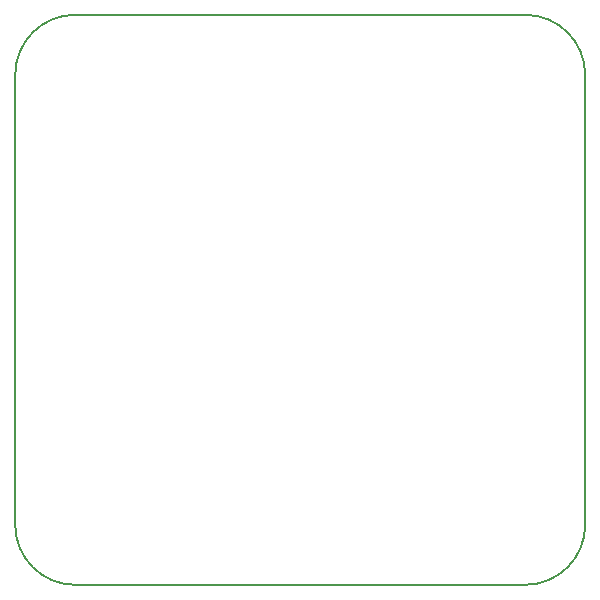
<source format=gm1>
G04 #@! TF.FileFunction,Profile,NP*
%FSLAX46Y46*%
G04 Gerber Fmt 4.6, Leading zero omitted, Abs format (unit mm)*
G04 Created by KiCad (PCBNEW 4.0.7) date 07/18/19 16:41:38*
%MOMM*%
%LPD*%
G01*
G04 APERTURE LIST*
%ADD10C,0.100000*%
%ADD11C,0.150000*%
G04 APERTURE END LIST*
D10*
D11*
X120650000Y-81280000D02*
X120650000Y-119380000D01*
X163830000Y-76200000D02*
X125730000Y-76200000D01*
X125730000Y-76200000D02*
G75*
G03X120650000Y-81280000I0J-5080000D01*
G01*
X168910000Y-81280000D02*
X168910000Y-119380000D01*
X168910000Y-81280000D02*
G75*
G03X163830000Y-76200000I-5080000J0D01*
G01*
X163830000Y-124460000D02*
X125730000Y-124460000D01*
X163830000Y-124460000D02*
G75*
G03X168910000Y-119380000I0J5080000D01*
G01*
X120650000Y-119380000D02*
G75*
G03X125730000Y-124460000I5080000J0D01*
G01*
M02*

</source>
